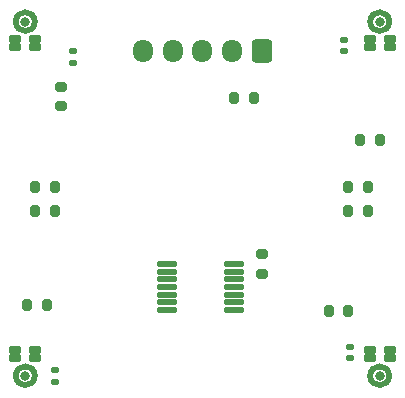
<source format=gbr>
%TF.GenerationSoftware,KiCad,Pcbnew,8.0.5*%
%TF.CreationDate,2024-10-09T23:06:34-04:00*%
%TF.ProjectId,4-Channel Array V3,342d4368-616e-46e6-956c-204172726179,rev?*%
%TF.SameCoordinates,Original*%
%TF.FileFunction,Soldermask,Top*%
%TF.FilePolarity,Negative*%
%FSLAX46Y46*%
G04 Gerber Fmt 4.6, Leading zero omitted, Abs format (unit mm)*
G04 Created by KiCad (PCBNEW 8.0.5) date 2024-10-09 23:06:34*
%MOMM*%
%LPD*%
G01*
G04 APERTURE LIST*
G04 Aperture macros list*
%AMRoundRect*
0 Rectangle with rounded corners*
0 $1 Rounding radius*
0 $2 $3 $4 $5 $6 $7 $8 $9 X,Y pos of 4 corners*
0 Add a 4 corners polygon primitive as box body*
4,1,4,$2,$3,$4,$5,$6,$7,$8,$9,$2,$3,0*
0 Add four circle primitives for the rounded corners*
1,1,$1+$1,$2,$3*
1,1,$1+$1,$4,$5*
1,1,$1+$1,$6,$7*
1,1,$1+$1,$8,$9*
0 Add four rect primitives between the rounded corners*
20,1,$1+$1,$2,$3,$4,$5,0*
20,1,$1+$1,$4,$5,$6,$7,0*
20,1,$1+$1,$6,$7,$8,$9,0*
20,1,$1+$1,$8,$9,$2,$3,0*%
G04 Aperture macros list end*
%ADD10C,0.550000*%
%ADD11RoundRect,0.200000X0.200000X0.275000X-0.200000X0.275000X-0.200000X-0.275000X0.200000X-0.275000X0*%
%ADD12RoundRect,0.200000X-0.200000X-0.275000X0.200000X-0.275000X0.200000X0.275000X-0.200000X0.275000X0*%
%ADD13RoundRect,0.250000X0.600000X0.725000X-0.600000X0.725000X-0.600000X-0.725000X0.600000X-0.725000X0*%
%ADD14O,1.700000X1.950000*%
%ADD15RoundRect,0.200000X0.275000X-0.200000X0.275000X0.200000X-0.275000X0.200000X-0.275000X-0.200000X0*%
%ADD16RoundRect,0.140000X0.170000X-0.140000X0.170000X0.140000X-0.170000X0.140000X-0.170000X-0.140000X0*%
%ADD17C,0.800000*%
%ADD18RoundRect,0.102000X-0.375000X0.225000X-0.375000X-0.225000X0.375000X-0.225000X0.375000X0.225000X0*%
%ADD19RoundRect,0.102000X0.375000X-0.225000X0.375000X0.225000X-0.375000X0.225000X-0.375000X-0.225000X0*%
%ADD20RoundRect,0.140000X-0.170000X0.140000X-0.170000X-0.140000X0.170000X-0.140000X0.170000X0.140000X0*%
%ADD21RoundRect,0.102000X-0.711200X-0.177800X0.711200X-0.177800X0.711200X0.177800X-0.711200X0.177800X0*%
G04 APERTURE END LIST*
D10*
%TO.C,MK4*%
X180805000Y-79980000D02*
G75*
G02*
X179195000Y-79980000I-805000J0D01*
G01*
X179195000Y-79980000D02*
G75*
G02*
X180805000Y-79980000I805000J0D01*
G01*
%TO.C,MK2*%
X150805000Y-79980000D02*
G75*
G02*
X149195000Y-79980000I-805000J0D01*
G01*
X149195000Y-79980000D02*
G75*
G02*
X150805000Y-79980000I805000J0D01*
G01*
%TO.C,MK3*%
X180805000Y-50000000D02*
G75*
G02*
X179195000Y-50000000I-805000J0D01*
G01*
X179195000Y-50000000D02*
G75*
G02*
X180805000Y-50000000I805000J0D01*
G01*
%TO.C,MK1*%
X150805000Y-50000000D02*
G75*
G02*
X149195000Y-50000000I-805000J0D01*
G01*
X149195000Y-50000000D02*
G75*
G02*
X150805000Y-50000000I805000J0D01*
G01*
%TD*%
D11*
%TO.C,R7*%
X179000000Y-64000000D03*
X177350000Y-64000000D03*
%TD*%
D12*
%TO.C,R5*%
X150850000Y-64000000D03*
X152500000Y-64000000D03*
%TD*%
D13*
%TO.C,J1*%
X170000000Y-52500000D03*
D14*
X167500000Y-52500000D03*
X165000000Y-52500000D03*
X162500000Y-52500000D03*
X160000000Y-52500000D03*
%TD*%
D12*
%TO.C,R3*%
X178350000Y-60000000D03*
X180000000Y-60000000D03*
%TD*%
D11*
%TO.C,R8*%
X179000000Y-66000000D03*
X177350000Y-66000000D03*
%TD*%
D15*
%TO.C,R1*%
X153000000Y-57150000D03*
X153000000Y-55500000D03*
%TD*%
D16*
%TO.C,C2*%
X154000000Y-53480000D03*
X154000000Y-52520000D03*
%TD*%
D12*
%TO.C,C3*%
X167675000Y-56500000D03*
X169325000Y-56500000D03*
%TD*%
D17*
%TO.C,MK4*%
X180000000Y-79980000D03*
D18*
X180850000Y-77800000D03*
X180850000Y-78500000D03*
X179150000Y-77800000D03*
X179150000Y-78500000D03*
%TD*%
D16*
%TO.C,C6*%
X177000000Y-52480000D03*
X177000000Y-51520000D03*
%TD*%
D17*
%TO.C,MK2*%
X150000000Y-79980000D03*
D18*
X150850000Y-77800000D03*
X150850000Y-78500000D03*
X149150000Y-77800000D03*
X149150000Y-78500000D03*
%TD*%
D17*
%TO.C,MK3*%
X180000000Y-50000000D03*
D19*
X179150000Y-52180000D03*
X179150000Y-51480000D03*
X180850000Y-52180000D03*
X180850000Y-51480000D03*
%TD*%
D20*
%TO.C,C5*%
X177500000Y-77520000D03*
X177500000Y-78480000D03*
%TD*%
D21*
%TO.C,U1*%
X162000000Y-70500000D03*
X162000000Y-71160400D03*
X162000000Y-71795400D03*
X162000000Y-72455800D03*
X162000000Y-73116200D03*
X162000000Y-73751200D03*
X162000000Y-74411600D03*
X167689600Y-74411600D03*
X167689600Y-73751200D03*
X167689600Y-73116200D03*
X167689600Y-72455800D03*
X167689600Y-71795400D03*
X167689600Y-71160400D03*
X167689600Y-70500000D03*
%TD*%
D12*
%TO.C,R6*%
X150850000Y-66000000D03*
X152500000Y-66000000D03*
%TD*%
D11*
%TO.C,R2*%
X151825000Y-74000000D03*
X150175000Y-74000000D03*
%TD*%
D15*
%TO.C,C1*%
X170000000Y-71325000D03*
X170000000Y-69675000D03*
%TD*%
D20*
%TO.C,C4*%
X152500000Y-79520000D03*
X152500000Y-80480000D03*
%TD*%
D12*
%TO.C,R4*%
X175675000Y-74500000D03*
X177325000Y-74500000D03*
%TD*%
D17*
%TO.C,MK1*%
X150000000Y-50000000D03*
D19*
X149150000Y-52180000D03*
X149150000Y-51480000D03*
X150850000Y-52180000D03*
X150850000Y-51480000D03*
%TD*%
M02*

</source>
